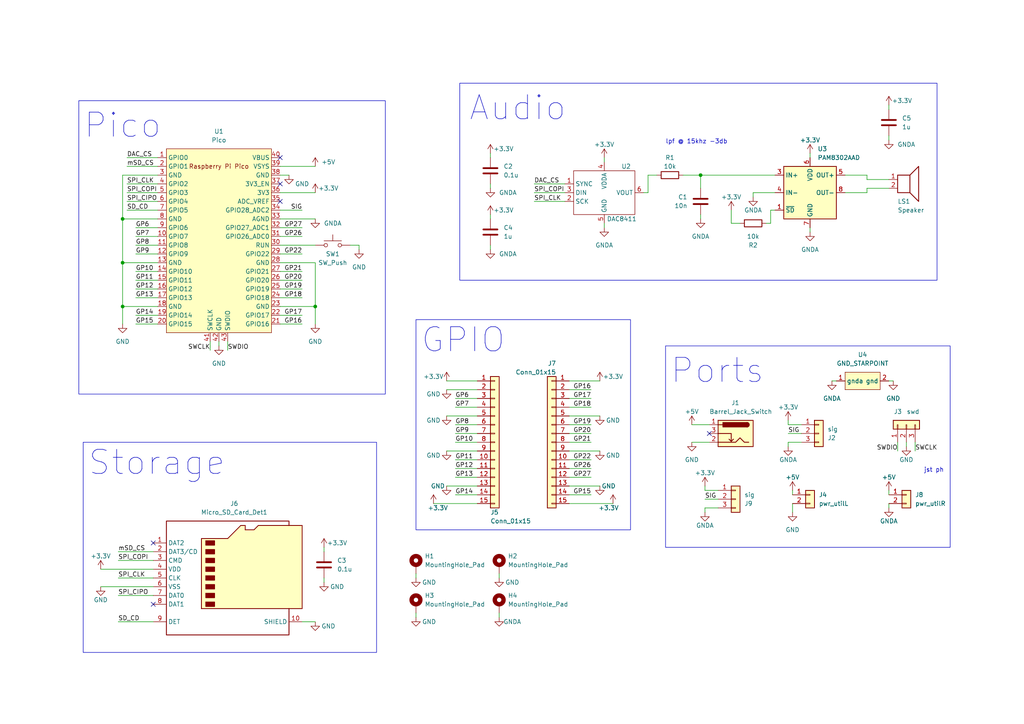
<source format=kicad_sch>
(kicad_sch (version 20230121) (generator eeschema)
  (paper "A4")
  (title_block (title "EyeVend Controller Board") (date "2023-12-22") (rev "0") (company "JHorwitzDesign"))
  (lib_symbols
    (symbol "Amplifier_Audio:PAM8302AAD"
      (property "Reference" "U" (at 7.62 11.43 0))
      (property "Value" "PAM8302AAD" (at 7.62 8.89 0))
      (symbol "PAM8302AAD_0_1"
        (rectangle (start -7.62 7.62) (end 7.62 -7.62) (stroke (width 0.254)) (fill (type background)))
      )
      (symbol "PAM8302AAD_1_1"
        (pin input line (at -10.16 -5.08 0) (length 2.54) (name "~{SD}") (number "1"))
        (pin no_connect line (at 7.62 -5.08 180) (length 2.54) hide (name "NC") (number "2"))
        (pin input line (at -10.16 5.08 0) (length 2.54) (name "IN+") (number "3"))
        (pin input line (at -10.16 0 0) (length 2.54) (name "IN-") (number "4"))
        (pin output line (at 10.16 5.08 180) (length 2.54) (name "OUT+") (number "5"))
        (pin power_in line (at 0 10.16 270) (length 2.54) (name "VDD") (number "6"))
        (pin power_in line (at 0 -10.16 90) (length 2.54) (name "GND") (number "7"))
        (pin output line (at 10.16 0 180) (length 2.54) (name "OUT-") (number "8"))
      )
    )
    (symbol "Connector:Barrel_Jack_Switch" (pin_names hide)
      (property "Reference" "J" (at 0 5.334 0))
      (property "Value" "Barrel_Jack_Switch" (at 0 -5.08 0))
      (symbol "Barrel_Jack_Switch_0_1"
        (rectangle (start -5.08 3.81) (end 5.08 -3.81) (stroke (width 0.254)) (fill (type background)))
        (arc (start -3.302 3.175) (mid -3.9343 2.54) (end -3.302 1.905) (stroke (width 0.254)))
        (arc (start -3.302 3.175) (mid -3.9343 2.54) (end -3.302 1.905) (stroke (width 0.254)) (fill (type outline)))
        (polyline (pts (xy 1.27 -2.286) (xy 1.905 -1.651)) (stroke (width 0.254)))
        (polyline (pts (xy 5.08 2.54) (xy 3.81 2.54)) (stroke (width 0.254)))
        (polyline (pts (xy 5.08 0) (xy 1.27 0) (xy 1.27 -2.286) (xy 0.635 -1.651)) (stroke (width 0.254)))
        (polyline (pts (xy -3.81 -2.54) (xy -2.54 -2.54) (xy -1.27 -1.27) (xy 0 -2.54) (xy 2.54 -2.54) (xy 5.08 -2.54)) (stroke (width 0.254)))
        (rectangle (start 3.683 3.175) (end -3.302 1.905) (stroke (width 0.254)) (fill (type outline)))
      )
      (symbol "Barrel_Jack_Switch_1_1"
        (pin passive line (at 7.62 2.54 180) (length 2.54) (name "~") (number "1"))
        (pin passive line (at 7.62 -2.54 180) (length 2.54) (name "~") (number "2"))
        (pin passive line (at 7.62 0 180) (length 2.54) (name "~") (number "3"))
      )
    )
    (symbol "Connector:Micro_SD_Card_Det1"
      (property "Reference" "J" (at -16.51 17.78 0))
      (property "Value" "Micro_SD_Card_Det1" (at 16.51 17.78 0))
      (symbol "Micro_SD_Card_Det1_0_1"
        (rectangle (start -7.62 -6.985) (end -5.08 -8.255) (stroke (width 0.254)) (fill (type outline)))
        (rectangle (start -7.62 -4.445) (end -5.08 -5.715) (stroke (width 0.254)) (fill (type outline)))
        (rectangle (start -7.62 -1.905) (end -5.08 -3.175) (stroke (width 0.254)) (fill (type outline)))
        (rectangle (start -7.62 0.635) (end -5.08 -0.635) (stroke (width 0.254)) (fill (type outline)))
        (rectangle (start -7.62 3.175) (end -5.08 1.905) (stroke (width 0.254)) (fill (type outline)))
        (rectangle (start -7.62 5.715) (end -5.08 4.445) (stroke (width 0.254)) (fill (type outline)))
        (rectangle (start -7.62 8.255) (end -5.08 6.985) (stroke (width 0.254)) (fill (type outline)))
        (rectangle (start -7.62 10.795) (end -5.08 9.525) (stroke (width 0.254)) (fill (type outline)))
        (polyline (pts (xy 16.51 15.24) (xy 16.51 16.51) (xy -19.05 16.51) (xy -19.05 -16.51) (xy 16.51 -16.51) (xy 16.51 -8.89)) (stroke (width 0.254)))
        (polyline (pts (xy -8.89 -8.89) (xy -8.89 11.43) (xy -1.27 11.43) (xy 2.54 15.24) (xy 3.81 15.24) (xy 3.81 13.97) (xy 6.35 13.97) (xy 7.62 15.24) (xy 20.32 15.24) (xy 20.32 -8.89) (xy -8.89 -8.89)) (stroke (width 0.254)) (fill (type background)))
      )
      (symbol "Micro_SD_Card_Det1_1_1"
        (pin bidirectional line (at -22.86 10.16 0) (length 3.81) (name "DAT2") (number "1"))
        (pin passive line (at 20.32 -12.7 180) (length 3.81) (name "SHIELD") (number "10"))
        (pin bidirectional line (at -22.86 7.62 0) (length 3.81) (name "DAT3/CD") (number "2"))
        (pin input line (at -22.86 5.08 0) (length 3.81) (name "CMD") (number "3"))
        (pin power_in line (at -22.86 2.54 0) (length 3.81) (name "VDD") (number "4"))
        (pin input line (at -22.86 0 0) (length 3.81) (name "CLK") (number "5"))
        (pin power_in line (at -22.86 -2.54 0) (length 3.81) (name "VSS") (number "6"))
        (pin bidirectional line (at -22.86 -5.08 0) (length 3.81) (name "DAT0") (number "7"))
        (pin bidirectional line (at -22.86 -7.62 0) (length 3.81) (name "DAT1") (number "8"))
        (pin passive line (at -22.86 -12.7 0) (length 3.81) (name "DET") (number "9"))
      )
    )
    (symbol "Connector_Generic:Conn_01x02" (pin_names (offset 1.016) hide)
      (property "Reference" "J" (at 0 2.54 0))
      (property "Value" "Conn_01x02" (at 0 -5.08 0))
      (symbol "Conn_01x02_1_1"
        (rectangle (start -1.27 -2.413) (end 0 -2.667) (stroke (width 0.1524)))
        (rectangle (start -1.27 0.127) (end 0 -0.127) (stroke (width 0.1524)))
        (rectangle (start -1.27 1.27) (end 1.27 -3.81) (stroke (width 0.254)) (fill (type background)))
        (pin passive line (at -5.08 0 0) (length 3.81) (name "Pin_1") (number "1"))
        (pin passive line (at -5.08 -2.54 0) (length 3.81) (name "Pin_2") (number "2"))
      )
    )
    (symbol "Connector_Generic:Conn_01x03" (pin_names (offset 1.016) hide)
      (property "Reference" "J" (at 0 5.08 0))
      (property "Value" "Conn_01x03" (at 0 -5.08 0))
      (symbol "Conn_01x03_1_1"
        (rectangle (start -1.27 -2.413) (end 0 -2.667) (stroke (width 0.1524)))
        (rectangle (start -1.27 0.127) (end 0 -0.127) (stroke (width 0.1524)))
        (rectangle (start -1.27 2.667) (end 0 2.413) (stroke (width 0.1524)))
        (rectangle (start -1.27 3.81) (end 1.27 -3.81) (stroke (width 0.254)) (fill (type background)))
        (pin passive line (at -5.08 2.54 0) (length 3.81) (name "Pin_1") (number "1"))
        (pin passive line (at -5.08 0 0) (length 3.81) (name "Pin_2") (number "2"))
        (pin passive line (at -5.08 -2.54 0) (length 3.81) (name "Pin_3") (number "3"))
      )
    )
    (symbol "Connector_Generic:Conn_01x15" (pin_names (offset 1.016) hide)
      (property "Reference" "J" (at 0 20.32 0))
      (property "Value" "Conn_01x15" (at 0 -20.32 0))
      (symbol "Conn_01x15_1_1"
        (rectangle (start -1.27 -17.653) (end 0 -17.907) (stroke (width 0.1524)))
        (rectangle (start -1.27 -15.113) (end 0 -15.367) (stroke (width 0.1524)))
        (rectangle (start -1.27 -12.573) (end 0 -12.827) (stroke (width 0.1524)))
        (rectangle (start -1.27 -10.033) (end 0 -10.287) (stroke (width 0.1524)))
        (rectangle (start -1.27 -7.493) (end 0 -7.747) (stroke (width 0.1524)))
        (rectangle (start -1.27 -4.953) (end 0 -5.207) (stroke (width 0.1524)))
        (rectangle (start -1.27 -2.413) (end 0 -2.667) (stroke (width 0.1524)))
        (rectangle (start -1.27 0.127) (end 0 -0.127) (stroke (width 0.1524)))
        (rectangle (start -1.27 2.667) (end 0 2.413) (stroke (width 0.1524)))
        (rectangle (start -1.27 5.207) (end 0 4.953) (stroke (width 0.1524)))
        (rectangle (start -1.27 7.747) (end 0 7.493) (stroke (width 0.1524)))
        (rectangle (start -1.27 10.287) (end 0 10.033) (stroke (width 0.1524)))
        (rectangle (start -1.27 12.827) (end 0 12.573) (stroke (width 0.1524)))
        (rectangle (start -1.27 15.367) (end 0 15.113) (stroke (width 0.1524)))
        (rectangle (start -1.27 17.907) (end 0 17.653) (stroke (width 0.1524)))
        (rectangle (start -1.27 19.05) (end 1.27 -19.05) (stroke (width 0.254)) (fill (type background)))
        (pin passive line (at -5.08 17.78 0) (length 3.81) (name "Pin_1") (number "1"))
        (pin passive line (at -5.08 -5.08 0) (length 3.81) (name "Pin_10") (number "10"))
        (pin passive line (at -5.08 -7.62 0) (length 3.81) (name "Pin_11") (number "11"))
        (pin passive line (at -5.08 -10.16 0) (length 3.81) (name "Pin_12") (number "12"))
        (pin passive line (at -5.08 -12.7 0) (length 3.81) (name "Pin_13") (number "13"))
        (pin passive line (at -5.08 -15.24 0) (length 3.81) (name "Pin_14") (number "14"))
        (pin passive line (at -5.08 -17.78 0) (length 3.81) (name "Pin_15") (number "15"))
        (pin passive line (at -5.08 15.24 0) (length 3.81) (name "Pin_2") (number "2"))
        (pin passive line (at -5.08 12.7 0) (length 3.81) (name "Pin_3") (number "3"))
        (pin passive line (at -5.08 10.16 0) (length 3.81) (name "Pin_4") (number "4"))
        (pin passive line (at -5.08 7.62 0) (length 3.81) (name "Pin_5") (number "5"))
        (pin passive line (at -5.08 5.08 0) (length 3.81) (name "Pin_6") (number "6"))
        (pin passive line (at -5.08 2.54 0) (length 3.81) (name "Pin_7") (number "7"))
        (pin passive line (at -5.08 0 0) (length 3.81) (name "Pin_8") (number "8"))
        (pin passive line (at -5.08 -2.54 0) (length 3.81) (name "Pin_9") (number "9"))
      )
    )
    (symbol "Device:C" (pin_numbers hide) (pin_names (offset 0.254))
      (property "Reference" "C" (at 0.635 2.54 0))
      (property "Value" "C" (at 0.635 -2.54 0))
      (symbol "C_0_1"
        (polyline (pts (xy -2.032 -0.762) (xy 2.032 -0.762)) (stroke (width 0.508)))
        (polyline (pts (xy -2.032 0.762) (xy 2.032 0.762)) (stroke (width 0.508)))
      )
      (symbol "C_1_1"
        (pin passive line (at 0 3.81 270) (length 2.794) (name "~") (number "1"))
        (pin passive line (at 0 -3.81 90) (length 2.794) (name "~") (number "2"))
      )
    )
    (symbol "Device:R" (pin_numbers hide) (pin_names (offset 0))
      (property "Reference" "R" (at 2.032 0 90))
      (property "Value" "R" (at 0 0 90))
      (symbol "R_0_1"
        (rectangle (start -1.016 -2.54) (end 1.016 2.54) (stroke (width 0.254)))
      )
      (symbol "R_1_1"
        (pin passive line (at 0 3.81 270) (length 1.27) (name "~") (number "1"))
        (pin passive line (at 0 -3.81 90) (length 1.27) (name "~") (number "2"))
      )
    )
    (symbol "Device:Speaker" (pin_names (offset 0) hide)
      (property "Reference" "LS" (at 1.27 5.715 0))
      (property "Value" "Speaker" (at 1.27 3.81 0))
      (symbol "Speaker_0_0"
        (rectangle (start -2.54 1.27) (end 1.016 -3.81) (stroke (width 0.254)))
        (polyline (pts (xy 1.016 1.27) (xy 3.556 3.81) (xy 3.556 -6.35) (xy 1.016 -3.81)) (stroke (width 0.254)))
      )
      (symbol "Speaker_1_1"
        (pin input line (at -5.08 0 0) (length 2.54) (name "1") (number "1"))
        (pin input line (at -5.08 -2.54 0) (length 2.54) (name "2") (number "2"))
      )
    )
    (symbol "JFHAnalog:GND_STARPOINT"
      (property "Reference" "U" (at 0 1.27 0))
      (property "Value" "GND_STARPOINT" (at 0 0 0))
      (symbol "GND_STARPOINT_0_0"
        (pin power_in line (at -7.62 -3.81 0) (length 2.54) (name "gnda") (number "1"))
        (pin power_in line (at 7.62 -3.81 180) (length 2.54) (name "gnd") (number "2"))
      )
      (symbol "GND_STARPOINT_0_1"
        (rectangle (start -5.08 -1.27) (end 5.08 -6.35) (fill (type background)))
        (rectangle (start 2.54 -3.81) (end 2.54 -3.81))
      )
    )
    (symbol "JFHDAC:DAC8411"
      (property "Reference" "U" (at -8.89 1.27 0))
      (property "Value" "DAC8411" (at 6.35 1.27 0))
      (symbol "DAC8411_0_0"
        (pin input line (at -11.43 -3.81 0) (length 2.54) (name "SYNC") (number "1"))
        (pin input line (at -11.43 -8.89 0) (length 2.54) (name "SCK") (number "2"))
        (pin tri_state line (at -11.43 -6.35 0) (length 2.54) (name "DIN") (number "3"))
        (pin power_in line (at 0 2.54 270) (length 2.54) (name "VDDA") (number "4"))
        (pin power_in line (at 0 -15.24 90) (length 2.54) (name "GND") (number "5"))
        (pin output line (at 11.43 -6.35 180) (length 2.54) (name "VOUT") (number "6"))
      )
      (symbol "DAC8411_0_1"
        (rectangle (start -8.89 0) (end 8.89 -12.7))
      )
    )
    (symbol "MCU_RaspberryPi_and_Boards:Pico"
      (property "Reference" "U" (at -13.97 27.94 0))
      (property "Value" "Pico" (at 0 19.05 0))
      (symbol "Pico_0_0"
        (text "Raspberry Pi Pico" (at 0 21.59 0) (effects (font (size 1.27 1.27))))
      )
      (symbol "Pico_0_1"
        (rectangle (start -15.24 26.67) (end 15.24 -26.67) (fill (type background)))
      )
      (symbol "Pico_1_1"
        (pin bidirectional line (at -17.78 24.13 0) (length 2.54) (name "GPIO0") (number "1"))
        (pin bidirectional line (at -17.78 1.27 0) (length 2.54) (name "GPIO7") (number "10"))
        (pin bidirectional line (at -17.78 -1.27 0) (length 2.54) (name "GPIO8") (number "11"))
        (pin bidirectional line (at -17.78 -3.81 0) (length 2.54) (name "GPIO9") (number "12"))
        (pin power_in line (at -17.78 -6.35 0) (length 2.54) (name "GND") (number "13"))
        (pin bidirectional line (at -17.78 -8.89 0) (length 2.54) (name "GPIO10") (number "14"))
        (pin bidirectional line (at -17.78 -11.43 0) (length 2.54) (name "GPIO11") (number "15"))
        (pin bidirectional line (at -17.78 -13.97 0) (length 2.54) (name "GPIO12") (number "16"))
        (pin bidirectional line (at -17.78 -16.51 0) (length 2.54) (name "GPIO13") (number "17"))
        (pin power_in line (at -17.78 -19.05 0) (length 2.54) (name "GND") (number "18"))
        (pin bidirectional line (at -17.78 -21.59 0) (length 2.54) (name "GPIO14") (number "19"))
        (pin bidirectional line (at -17.78 21.59 0) (length 2.54) (name "GPIO1") (number "2"))
        (pin bidirectional line (at -17.78 -24.13 0) (length 2.54) (name "GPIO15") (number "20"))
        (pin bidirectional line (at 17.78 -24.13 180) (length 2.54) (name "GPIO16") (number "21"))
        (pin bidirectional line (at 17.78 -21.59 180) (length 2.54) (name "GPIO17") (number "22"))
        (pin power_in line (at 17.78 -19.05 180) (length 2.54) (name "GND") (number "23"))
        (pin bidirectional line (at 17.78 -16.51 180) (length 2.54) (name "GPIO18") (number "24"))
        (pin bidirectional line (at 17.78 -13.97 180) (length 2.54) (name "GPIO19") (number "25"))
        (pin bidirectional line (at 17.78 -11.43 180) (length 2.54) (name "GPIO20") (number "26"))
        (pin bidirectional line (at 17.78 -8.89 180) (length 2.54) (name "GPIO21") (number "27"))
        (pin power_in line (at 17.78 -6.35 180) (length 2.54) (name "GND") (number "28"))
        (pin bidirectional line (at 17.78 -3.81 180) (length 2.54) (name "GPIO22") (number "29"))
        (pin power_in line (at -17.78 19.05 0) (length 2.54) (name "GND") (number "3"))
        (pin input line (at 17.78 -1.27 180) (length 2.54) (name "RUN") (number "30"))
        (pin bidirectional line (at 17.78 1.27 180) (length 2.54) (name "GPIO26_ADC0") (number "31"))
        (pin bidirectional line (at 17.78 3.81 180) (length 2.54) (name "GPIO27_ADC1") (number "32"))
        (pin power_in line (at 17.78 6.35 180) (length 2.54) (name "AGND") (number "33"))
        (pin bidirectional line (at 17.78 8.89 180) (length 2.54) (name "GPIO28_ADC2") (number "34"))
        (pin power_in line (at 17.78 11.43 180) (length 2.54) (name "ADC_VREF") (number "35"))
        (pin power_in line (at 17.78 13.97 180) (length 2.54) (name "3V3") (number "36"))
        (pin input line (at 17.78 16.51 180) (length 2.54) (name "3V3_EN") (number "37"))
        (pin bidirectional line (at 17.78 19.05 180) (length 2.54) (name "GND") (number "38"))
        (pin power_in line (at 17.78 21.59 180) (length 2.54) (name "VSYS") (number "39"))
        (pin bidirectional line (at -17.78 16.51 0) (length 2.54) (name "GPIO2") (number "4"))
        (pin power_in line (at 17.78 24.13 180) (length 2.54) (name "VBUS") (number "40"))
        (pin input line (at -2.54 -29.21 90) (length 2.54) (name "SWCLK") (number "41"))
        (pin power_in line (at 0 -29.21 90) (length 2.54) (name "GND") (number "42"))
        (pin bidirectional line (at 2.54 -29.21 90) (length 2.54) (name "SWDIO") (number "43"))
        (pin bidirectional line (at -17.78 13.97 0) (length 2.54) (name "GPIO3") (number "5"))
        (pin bidirectional line (at -17.78 11.43 0) (length 2.54) (name "GPIO4") (number "6"))
        (pin bidirectional line (at -17.78 8.89 0) (length 2.54) (name "GPIO5") (number "7"))
        (pin power_in line (at -17.78 6.35 0) (length 2.54) (name "GND") (number "8"))
        (pin bidirectional line (at -17.78 3.81 0) (length 2.54) (name "GPIO6") (number "9"))
      )
    )
    (symbol "Mechanical:MountingHole_Pad" (pin_numbers hide) (pin_names (offset 1.016) hide)
      (property "Reference" "H" (at 0 6.35 0))
      (property "Value" "MountingHole_Pad" (at 0 4.445 0))
      (symbol "MountingHole_Pad_0_1"
        (circle (center 0 1.27) (radius 1.27) (stroke (width 1.27)))
      )
      (symbol "MountingHole_Pad_1_1"
        (pin input line (at 0 -2.54 90) (length 2.54) (name "1") (number "1"))
      )
    )
    (symbol "Switch:SW_Push" (pin_numbers hide) (pin_names (offset 1.016) hide)
      (property "Reference" "SW" (at 1.27 2.54 0))
      (property "Value" "SW_Push" (at 0 -1.524 0))
      (symbol "SW_Push_0_1"
        (circle (center -2.032 0) (radius 0.508))
        (polyline (pts (xy 0 1.27) (xy 0 3.048)))
        (polyline (pts (xy 2.54 1.27) (xy -2.54 1.27)))
        (circle (center 2.032 0) (radius 0.508))
        (pin passive line (at -5.08 0 0) (length 2.54) (name "1") (number "1"))
        (pin passive line (at 5.08 0 180) (length 2.54) (name "2") (number "2"))
      )
    )
    (symbol "power:+3.3V" (power) (pin_names (offset 0))
      (property "Value" "+3.3V" (at 0 3.556 0))
      (symbol "+3.3V_0_1"
        (polyline (pts (xy -0.762 1.27) (xy 0 2.54)))
        (polyline (pts (xy 0 0) (xy 0 2.54)))
        (polyline (pts (xy 0 2.54) (xy 0.762 1.27)))
      )
      (symbol "+3.3V_1_1"
        (pin power_in line (at 0 0 90) (length 0) hide (name "+3.3V") (number "1"))
      )
    )
    (symbol "power:+5V" (power) (pin_names (offset 0))
      (property "Value" "+5V" (at 0 3.556 0))
      (symbol "+5V_0_1"
        (polyline (pts (xy -0.762 1.27) (xy 0 2.54)))
        (polyline (pts (xy 0 0) (xy 0 2.54)))
        (polyline (pts (xy 0 2.54) (xy 0.762 1.27)))
      )
      (symbol "+5V_1_1"
        (pin power_in line (at 0 0 90) (length 0) hide (name "+5V") (number "1"))
      )
    )
    (symbol "power:GND" (power) (pin_names (offset 0))
      (property "Value" "GND" (at 0 -3.81 0))
      (symbol "GND_0_1"
        (polyline (pts (xy 0 0) (xy 0 -1.27) (xy 1.27 -1.27) (xy 0 -2.54) (xy -1.27 -1.27) (xy 0 -1.27)))
      )
      (symbol "GND_1_1"
        (pin power_in line (at 0 0 270) (length 0) hide (name "GND") (number "1"))
      )
    )
    (symbol "power:GNDA" (power) (pin_names (offset 0))
      (property "Value" "GNDA" (at 0 -3.81 0))
      (symbol "GNDA_0_1"
        (polyline (pts (xy 0 0) (xy 0 -1.27) (xy 1.27 -1.27) (xy 0 -2.54) (xy -1.27 -1.27) (xy 0 -1.27)))
      )
      (symbol "GNDA_1_1"
        (pin power_in line (at 0 0 270) (length 0) hide (name "GNDA") (number "1"))
      )
    )
  )
  (junction (at 91.44 88.9))
  (junction (at 35.56 88.9))
  (junction (at 35.56 76.2))
  (junction (at 203.2 50.8))
  (junction (at 35.56 63.5))
  (no_connect (at 81.28 45.72))
  (no_connect (at 44.45 157.48))
  (no_connect (at 81.28 53.34))
  (no_connect (at 81.28 58.42))
  (no_connect (at 44.45 175.26))
  (no_connect (at 205.74 125.73))
  (wire (pts (xy 81.28 76.2) (xy 91.44 76.2)))
  (wire (pts (xy 203.2 54.61) (xy 203.2 50.8)))
  (wire (pts (xy 36.83 45.72) (xy 45.72 45.72)))
  (wire (pts (xy 175.26 45.72) (xy 175.26 46.99)))
  (wire (pts (xy 144.78 179.07) (xy 144.78 177.8)))
  (wire (pts (xy 257.81 39.37) (xy 257.81 40.64)))
  (wire (pts (xy 39.37 83.82) (xy 45.72 83.82)))
  (wire (pts (xy 203.2 62.23) (xy 203.2 63.5)))
  (wire (pts (xy 200.66 128.27) (xy 205.74 128.27)))
  (wire (pts (xy 154.94 53.34) (xy 163.83 53.34)))
  (wire (pts (xy 177.8 146.05) (xy 165.1 146.05)))
  (wire (pts (xy 171.45 118.11) (xy 165.1 118.11)))
  (wire (pts (xy 223.52 60.96) (xy 224.79 60.96)))
  (wire (pts (xy 171.45 125.73) (xy 165.1 125.73)))
  (wire (pts (xy 204.47 144.78) (xy 208.28 144.78)))
  (wire (pts (xy 175.26 64.77) (xy 175.26 66.04)))
  (wire (pts (xy 45.72 76.2) (xy 35.56 76.2)))
  (wire (pts (xy 81.28 81.28) (xy 87.63 81.28)))
  (wire (pts (xy 245.11 50.8) (xy 251.46 50.8)))
  (wire (pts (xy 39.37 86.36) (xy 45.72 86.36)))
  (wire (pts (xy 228.6 128.27) (xy 228.6 129.54)))
  (wire (pts (xy 154.94 55.88) (xy 163.83 55.88)))
  (wire (pts (xy 186.69 55.88) (xy 187.96 55.88)))
  (wire (pts (xy 104.14 72.39) (xy 104.14 71.12)))
  (wire (pts (xy 173.99 130.81) (xy 165.1 130.81)))
  (wire (pts (xy 260.35 130.81) (xy 260.35 128.27)))
  (wire (pts (xy 87.63 180.34) (xy 91.44 180.34)))
  (wire (pts (xy 60.96 99.06) (xy 60.96 101.6)))
  (wire (pts (xy 228.6 123.19) (xy 228.6 121.92)))
  (wire (pts (xy 251.46 54.61) (xy 251.46 55.88)))
  (wire (pts (xy 257.81 110.49) (xy 259.08 110.49)))
  (wire (pts (xy 39.37 81.28) (xy 45.72 81.28)))
  (wire (pts (xy 132.08 138.43) (xy 138.43 138.43)))
  (wire (pts (xy 171.45 113.03) (xy 165.1 113.03)))
  (wire (pts (xy 171.45 135.89) (xy 165.1 135.89)))
  (wire (pts (xy 223.52 60.96) (xy 223.52 64.77)))
  (wire (pts (xy 241.3 110.49) (xy 242.57 110.49)))
  (wire (pts (xy 101.6 71.12) (xy 104.14 71.12)))
  (wire (pts (xy 39.37 66.04) (xy 45.72 66.04)))
  (wire (pts (xy 91.44 88.9) (xy 81.28 88.9)))
  (wire (pts (xy 132.08 123.19) (xy 138.43 123.19)))
  (wire (pts (xy 129.54 120.65) (xy 138.43 120.65)))
  (wire (pts (xy 203.2 50.8) (xy 224.79 50.8)))
  (wire (pts (xy 34.29 172.72) (xy 44.45 172.72)))
  (wire (pts (xy 81.28 68.58) (xy 87.63 68.58)))
  (wire (pts (xy 35.56 93.98) (xy 35.56 88.9)))
  (wire (pts (xy 132.08 115.57) (xy 138.43 115.57)))
  (wire (pts (xy 81.28 71.12) (xy 91.44 71.12)))
  (wire (pts (xy 81.28 93.98) (xy 87.63 93.98)))
  (wire (pts (xy 229.87 142.24) (xy 229.87 143.51)))
  (wire (pts (xy 171.45 133.35) (xy 165.1 133.35)))
  (wire (pts (xy 29.21 165.1) (xy 44.45 165.1)))
  (wire (pts (xy 45.72 50.8) (xy 35.56 50.8)))
  (wire (pts (xy 251.46 52.07) (xy 257.81 52.07)))
  (wire (pts (xy 142.24 53.34) (xy 142.24 54.61)))
  (wire (pts (xy 171.45 123.19) (xy 165.1 123.19)))
  (wire (pts (xy 208.28 147.32) (xy 204.47 147.32)))
  (wire (pts (xy 34.29 160.02) (xy 44.45 160.02)))
  (wire (pts (xy 257.81 142.24) (xy 257.81 143.51)))
  (wire (pts (xy 187.96 55.88) (xy 187.96 50.8)))
  (wire (pts (xy 93.98 167.64) (xy 93.98 168.91)))
  (wire (pts (xy 132.08 125.73) (xy 138.43 125.73)))
  (wire (pts (xy 234.95 44.45) (xy 234.95 45.72)))
  (wire (pts (xy 173.99 120.65) (xy 165.1 120.65)))
  (wire (pts (xy 234.95 66.04) (xy 234.95 67.31)))
  (wire (pts (xy 35.56 76.2) (xy 35.56 88.9)))
  (wire (pts (xy 34.29 180.34) (xy 44.45 180.34)))
  (wire (pts (xy 218.44 55.88) (xy 224.79 55.88)))
  (wire (pts (xy 81.28 63.5) (xy 91.44 63.5)))
  (wire (pts (xy 39.37 91.44) (xy 45.72 91.44)))
  (wire (pts (xy 229.87 146.05) (xy 229.87 148.59)))
  (wire (pts (xy 132.08 133.35) (xy 138.43 133.35)))
  (wire (pts (xy 132.08 128.27) (xy 138.43 128.27)))
  (wire (pts (xy 251.46 50.8) (xy 251.46 52.07)))
  (wire (pts (xy 120.65 167.64) (xy 120.65 166.37)))
  (wire (pts (xy 129.54 113.03) (xy 138.43 113.03)))
  (wire (pts (xy 222.25 64.77) (xy 223.52 64.77)))
  (wire (pts (xy 81.28 91.44) (xy 87.63 91.44)))
  (wire (pts (xy 171.45 115.57) (xy 165.1 115.57)))
  (wire (pts (xy 214.63 64.77) (xy 212.09 64.77)))
  (wire (pts (xy 81.28 55.88) (xy 91.44 55.88)))
  (wire (pts (xy 144.78 167.64) (xy 144.78 166.37)))
  (wire (pts (xy 93.98 158.75) (xy 93.98 160.02)))
  (wire (pts (xy 29.21 170.18) (xy 44.45 170.18)))
  (wire (pts (xy 34.29 162.56) (xy 44.45 162.56)))
  (wire (pts (xy 154.94 58.42) (xy 163.83 58.42)))
  (wire (pts (xy 39.37 78.74) (xy 45.72 78.74)))
  (wire (pts (xy 34.29 167.64) (xy 44.45 167.64)))
  (wire (pts (xy 81.28 60.96) (xy 87.63 60.96)))
  (wire (pts (xy 171.45 128.27) (xy 165.1 128.27)))
  (wire (pts (xy 35.56 50.8) (xy 35.56 63.5)))
  (wire (pts (xy 200.66 123.19) (xy 205.74 123.19)))
  (wire (pts (xy 257.81 146.05) (xy 257.81 147.32)))
  (wire (pts (xy 129.54 130.81) (xy 138.43 130.81)))
  (wire (pts (xy 81.28 66.04) (xy 87.63 66.04)))
  (wire (pts (xy 132.08 143.51) (xy 138.43 143.51)))
  (wire (pts (xy 91.44 93.98) (xy 91.44 88.9)))
  (wire (pts (xy 39.37 73.66) (xy 45.72 73.66)))
  (wire (pts (xy 212.09 64.77) (xy 212.09 60.96)))
  (wire (pts (xy 142.24 62.23) (xy 142.24 63.5)))
  (wire (pts (xy 257.81 54.61) (xy 251.46 54.61)))
  (wire (pts (xy 91.44 76.2) (xy 91.44 88.9)))
  (wire (pts (xy 187.96 50.8) (xy 190.5 50.8)))
  (wire (pts (xy 36.83 58.42) (xy 45.72 58.42)))
  (wire (pts (xy 125.73 146.05) (xy 138.43 146.05)))
  (wire (pts (xy 208.28 142.24) (xy 204.47 142.24)))
  (wire (pts (xy 81.28 48.26) (xy 91.44 48.26)))
  (wire (pts (xy 39.37 93.98) (xy 45.72 93.98)))
  (wire (pts (xy 142.24 44.45) (xy 142.24 45.72)))
  (wire (pts (xy 173.99 110.49) (xy 165.1 110.49)))
  (wire (pts (xy 171.45 138.43) (xy 165.1 138.43)))
  (wire (pts (xy 39.37 71.12) (xy 45.72 71.12)))
  (wire (pts (xy 232.41 128.27) (xy 228.6 128.27)))
  (wire (pts (xy 265.43 130.81) (xy 265.43 128.27)))
  (wire (pts (xy 132.08 118.11) (xy 138.43 118.11)))
  (wire (pts (xy 81.28 50.8) (xy 83.82 50.8)))
  (wire (pts (xy 45.72 63.5) (xy 35.56 63.5)))
  (wire (pts (xy 142.24 71.12) (xy 142.24 72.39)))
  (wire (pts (xy 129.54 110.49) (xy 138.43 110.49)))
  (wire (pts (xy 204.47 147.32) (xy 204.47 148.59)))
  (wire (pts (xy 171.45 143.51) (xy 165.1 143.51)))
  (wire (pts (xy 129.54 140.97) (xy 138.43 140.97)))
  (wire (pts (xy 66.04 99.06) (xy 66.04 101.6)))
  (wire (pts (xy 245.11 55.88) (xy 251.46 55.88)))
  (wire (pts (xy 203.2 50.8) (xy 198.12 50.8)))
  (wire (pts (xy 36.83 48.26) (xy 45.72 48.26)))
  (wire (pts (xy 63.5 99.06) (xy 63.5 100.33)))
  (wire (pts (xy 36.83 53.34) (xy 45.72 53.34)))
  (wire (pts (xy 35.56 63.5) (xy 35.56 76.2)))
  (wire (pts (xy 232.41 123.19) (xy 228.6 123.19)))
  (wire (pts (xy 81.28 83.82) (xy 87.63 83.82)))
  (wire (pts (xy 81.28 73.66) (xy 87.63 73.66)))
  (wire (pts (xy 228.6 125.73) (xy 232.41 125.73)))
  (wire (pts (xy 218.44 57.15) (xy 218.44 55.88)))
  (wire (pts (xy 39.37 68.58) (xy 45.72 68.58)))
  (wire (pts (xy 262.89 129.54) (xy 262.89 128.27)))
  (wire (pts (xy 120.65 179.07) (xy 120.65 177.8)))
  (wire (pts (xy 36.83 60.96) (xy 45.72 60.96)))
  (wire (pts (xy 173.99 140.97) (xy 165.1 140.97)))
  (wire (pts (xy 35.56 88.9) (xy 45.72 88.9)))
  (wire (pts (xy 81.28 86.36) (xy 87.63 86.36)))
  (wire (pts (xy 81.28 78.74) (xy 87.63 78.74)))
  (wire (pts (xy 132.08 135.89) (xy 138.43 135.89)))
  (wire (pts (xy 36.83 55.88) (xy 45.72 55.88)))
  (wire (pts (xy 257.81 30.48) (xy 257.81 31.75)))
  (wire (pts (xy 204.47 142.24) (xy 204.47 140.97)))
  (rectangle (start 193.04 100.33) (end 275.59 158.75))
  (rectangle (start 120.65 92.71) (end 182.88 153.67))
  (rectangle (start 22.86 29.21) (end 111.76 114.3))
  (rectangle (start 24.13 128.27) (end 109.22 189.23))
  (rectangle (start 133.35 24.13) (end 271.78 81.28))
  (text "Storage" (at 25.4 138.43 0) (effects (font (size 7 7)) (justify left bottom)))
  (text "Pico\n" (at 24.13 40.64 0) (effects (font (size 7 7)) (justify left bottom)))
  (text "Audio" (at 135.89 35.56 0) (effects (font (size 7 7)) (justify left bottom)))
  (text "lpf @ 15khz -3db\n" (at 193.04 41.91 0) (effects (font (size 1.27 1.27)) (justify left bottom)))
  (text "Ports\n" (at 194.31 111.76 0) (effects (font (size 7 7)) (justify left bottom)))
  (text "GPIO\n" (at 121.92 102.87 0) (effects (font (size 7 7)) (justify left bottom)))
  (text "jst ph" (at 267.97 137.16 0) (effects (font (size 1.27 1.27)) (justify left bottom)))
  (label "GP14" (at 39.37 91.44 0))
  (label "GP20" (at 171.45 125.73 180))
  (label "SWCLK" (at 265.43 130.81 0))
  (label "SIG" (at 228.6 125.73 0))
  (label "GP12" (at 132.08 135.89 0))
  (label "GP26" (at 87.63 68.58 180))
  (label "GP17" (at 171.45 115.57 180))
  (label "GP6" (at 39.37 66.04 0))
  (label "GP27" (at 171.45 138.43 180))
  (label "GP15" (at 39.37 93.98 0))
  (label "GP27" (at 87.63 66.04 180))
  (label "GP9" (at 39.37 73.66 0))
  (label "GP14" (at 132.08 143.51 0))
  (label "GP15" (at 171.45 143.51 180))
  (label "SD_CD" (at 36.83 60.96 0))
  (label "SWCLK" (at 60.96 101.6 180))
  (label "DAC_CS" (at 154.94 53.34 0))
  (label "GP19" (at 87.63 83.82 180))
  (label "SPI_CIPO" (at 34.29 172.72 0))
  (label "SPI_COPI" (at 154.94 55.88 0))
  (label "GP11" (at 132.08 133.35 0))
  (label "GP22" (at 87.63 73.66 180))
  (label "GP8" (at 39.37 71.12 0))
  (label "GP11" (at 39.37 81.28 0))
  (label "SWDIO" (at 66.04 101.6 0))
  (label "GP17" (at 87.63 91.44 180))
  (label "GP19" (at 171.45 123.19 180))
  (label "SPI_COPI" (at 36.83 55.88 0))
  (label "DAC_CS" (at 36.83 45.72 0))
  (label "GP8" (at 132.08 123.19 0))
  (label "SD_CD" (at 34.29 180.34 0))
  (label "GP12" (at 39.37 83.82 0))
  (label "SWDIO" (at 260.35 130.81 180))
  (label "SPI_CLK" (at 154.94 58.42 0))
  (label "GP9" (at 132.08 125.73 0))
  (label "GP7" (at 132.08 118.11 0))
  (label "GP18" (at 87.63 86.36 180))
  (label "GP6" (at 132.08 115.57 0))
  (label "GP21" (at 87.63 78.74 180))
  (label "GP13" (at 132.08 138.43 0))
  (label "SPI_CLK" (at 34.29 167.64 0))
  (label "SIG" (at 204.47 144.78 0))
  (label "GP22" (at 171.45 133.35 180))
  (label "SPI_CLK" (at 36.83 53.34 0))
  (label "GP16" (at 171.45 113.03 180))
  (label "GP16" (at 87.63 93.98 180))
  (label "GP10" (at 132.08 128.27 0))
  (label "SIG" (at 87.63 60.96 180))
  (label "GP18" (at 171.45 118.11 180))
  (label "SPI_COPI" (at 34.29 162.56 0))
  (label "GP21" (at 171.45 128.27 180))
  (label "mSD_CS" (at 34.29 160.02 0))
  (label "GP13" (at 39.37 86.36 0))
  (label "GP7" (at 39.37 68.58 0))
  (label "SPI_CIPO" (at 36.83 58.42 0))
  (label "GP20" (at 87.63 81.28 180))
  (label "GP26" (at 171.45 135.89 180))
  (label "GP10" (at 39.37 78.74 0))
  (label "mSD_CS" (at 36.83 48.26 0))
  (symbol (lib_id "Connector_Generic:Conn_01x15") (at 143.51 128.27 0) (unit 1)
    (property "Reference" "J5" (at 142.24 148.59 0) (effects (justify left)))
    (property "Value" "Conn_01x15" (at 142.24 151.13 0) (effects (justify left)))
    (property "Footprint" "Connector_PinHeader_2.54mm:PinHeader_1x15_P2.54mm_Vertical" (effects hide))
  )
  (symbol (lib_id "power:GND") (at 120.65 179.07 0) (unit 1)
    (property "Reference" "#PWR053" (effects hide))
    (property "Value" "GND" (at 124.46 180.34 0))
  )
  (symbol (lib_id "JFHDAC:DAC8411") (at 175.26 49.53 0) (unit 1)
    (property "Reference" "U2" (at 181.61 48.26 0))
    (property "Value" "DAC8411" (at 180.34 63.5 0))
    (property "Footprint" "Package_TO_SOT_SMD:Texas_R-PDSO-G6" (effects hide))
    (property "Datasheet" "https://jlcpcb.com/partdetail/TexasInstruments-DAC8411IDCKR/C2926925" (effects hide))
  )
  (symbol (lib_id "power:GND") (at 129.54 120.65 0) (unit 1)
    (property "Reference" "#PWR030" (effects hide))
    (property "Value" "GND" (at 125.73 121.92 0))
  )
  (symbol (lib_id "power:GND") (at 91.44 180.34 0) (unit 1)
    (property "Reference" "#PWR020" (effects hide))
    (property "Value" "GND" (at 95.25 181.61 0))
  )
  (symbol (lib_id "power:GND") (at 129.54 113.03 0) (unit 1)
    (property "Reference" "#PWR046" (effects hide))
    (property "Value" "GND" (at 125.73 114.3 0))
  )
  (symbol (lib_id "power:GNDA") (at 218.44 57.15 0) (unit 1)
    (property "Reference" "#PWR03" (effects hide))
    (property "Value" "GNDA" (at 218.44 60.96 0))
  )
  (symbol (lib_id "power:GNDA") (at 142.24 54.61 0) (unit 1)
    (property "Reference" "#PWR024" (effects hide))
    (property "Value" "GNDA" (at 147.32 55.88 0))
  )
  (symbol (lib_id "power:+5V") (at 229.87 142.24 0) (unit 1)
    (property "Reference" "#PWR039" (effects hide))
    (property "Value" "+5V" (at 229.87 138.43 0))
  )
  (symbol (lib_id "power:GND") (at 29.21 170.18 0) (unit 1)
    (property "Reference" "#PWR021" (effects hide))
    (property "Value" "GND" (at 29.21 173.99 0))
  )
  (symbol (lib_id "power:+3.3V") (at 29.21 165.1 0) (unit 1)
    (property "Reference" "#PWR022" (effects hide))
    (property "Value" "+3.3V" (at 29.21 161.29 0))
  )
  (symbol (lib_id "Device:R") (at 218.44 64.77 270) (mirror x) (unit 1)
    (property "Reference" "R2" (at 218.44 71.12 90))
    (property "Value" "10k" (at 218.44 68.58 90))
    (property "Footprint" "Resistor_SMD:R_0402_1005Metric" (effects hide))
  )
  (symbol (lib_id "power:+3.3V") (at 142.24 62.23 0) (unit 1)
    (property "Reference" "#PWR025" (effects hide))
    (property "Value" "+3.3V" (at 146.05 60.96 0))
  )
  (symbol (lib_id "power:GND") (at 91.44 93.98 0) (unit 1)
    (property "Reference" "#PWR010" (effects hide))
    (property "Value" "GND" (at 91.44 99.06 0))
  )
  (symbol (lib_id "power:+3.3V") (at 228.6 121.92 0) (unit 1)
    (property "Reference" "#PWR018" (effects hide))
    (property "Value" "+3.3V" (at 228.6 118.11 0))
  )
  (symbol (lib_id "Mechanical:MountingHole_Pad") (at 144.78 175.26 0) (unit 1)
    (property "Reference" "H4" (at 147.32 172.72 0) (effects (justify left)))
    (property "Value" "MountingHole_Pad" (at 147.32 175.26 0) (effects (justify left)))
    (property "Footprint" "MountingHole:MountingHole_2.2mm_M2_ISO7380" (effects hide))
  )
  (symbol (lib_id "power:+3.3V") (at 257.81 30.48 0) (unit 1)
    (property "Reference" "#PWR048" (effects hide))
    (property "Value" "+3.3V" (at 261.62 29.21 0))
  )
  (symbol (lib_id "power:+3.3V") (at 175.26 45.72 0) (unit 1)
    (property "Reference" "#PWR06" (effects hide))
    (property "Value" "+3.3V" (at 175.26 41.91 0))
  )
  (symbol (lib_id "power:GNDA") (at 203.2 63.5 0) (unit 1)
    (property "Reference" "#PWR01" (effects hide))
    (property "Value" "GNDA" (at 203.2 68.58 0))
  )
  (symbol (lib_id "Device:Speaker") (at 262.89 52.07 0) (unit 1)
    (property "Reference" "LS1" (at 260.35 58.42 0) (effects (justify left)))
    (property "Value" "Speaker" (at 260.35 60.96 0) (effects (justify left)))
    (property "Footprint" "Connector_JST:JST_PH_B2B-PH-K_1x02_P2.00mm_Vertical" (effects hide))
  )
  (symbol (lib_id "power:GND") (at 35.56 93.98 0) (unit 1)
    (property "Reference" "#PWR09" (effects hide))
    (property "Value" "GND" (at 35.56 99.06 0))
  )
  (symbol (lib_id "Device:C") (at 93.98 163.83 0) (unit 1)
    (property "Reference" "C3" (at 97.79 162.56 0) (effects (justify left)))
    (property "Value" "0.1u" (at 97.79 165.1 0) (effects (justify left)))
    (property "Footprint" "Capacitor_SMD:C_0402_1005Metric" (effects hide))
  )
  (symbol (lib_id "power:+3.3V") (at 234.95 44.45 0) (unit 1)
    (property "Reference" "#PWR045" (effects hide))
    (property "Value" "+3.3V" (at 234.95 40.64 0))
  )
  (symbol (lib_id "power:+3.3V") (at 142.24 44.45 0) (unit 1)
    (property "Reference" "#PWR026" (effects hide))
    (property "Value" "+3.3V" (at 146.05 43.18 0))
  )
  (symbol (lib_id "power:GNDA") (at 241.3 110.49 0) (unit 1)
    (property "Reference" "#PWR049" (effects hide))
    (property "Value" "GNDA" (at 241.3 115.57 0))
  )
  (symbol (lib_id "power:+3.3V") (at 212.09 60.96 0) (unit 1)
    (property "Reference" "#PWR05" (effects hide))
    (property "Value" "+3.3V" (at 212.09 57.15 0))
  )
  (symbol (lib_id "power:GNDA") (at 234.95 67.31 0) (unit 1)
    (property "Reference" "#PWR02" (effects hide))
    (property "Value" "GNDA" (at 234.95 72.39 0))
  )
  (symbol (lib_id "power:+3.3V") (at 129.54 110.49 0) (unit 1)
    (property "Reference" "#PWR029" (effects hide))
    (property "Value" "+3.3V" (at 125.73 109.22 0))
  )
  (symbol (lib_id "Device:R") (at 194.31 50.8 270) (mirror x) (unit 1)
    (property "Reference" "R1" (at 194.31 45.72 90))
    (property "Value" "10k" (at 194.31 48.26 90))
    (property "Footprint" "Resistor_SMD:R_0402_1005Metric" (effects hide))
  )
  (symbol (lib_id "Device:C") (at 142.24 49.53 0) (unit 1)
    (property "Reference" "C2" (at 146.05 48.26 0) (effects (justify left)))
    (property "Value" "0.1u" (at 146.05 50.8 0) (effects (justify left)))
    (property "Footprint" "Capacitor_SMD:C_0402_1005Metric" (effects hide))
  )
  (symbol (lib_id "power:GND") (at 129.54 140.97 0) (unit 1)
    (property "Reference" "#PWR033" (effects hide))
    (property "Value" "GND" (at 127 140.97 0))
  )
  (symbol (lib_id "power:GND") (at 259.08 110.49 0) (unit 1)
    (property "Reference" "#PWR050" (effects hide))
    (property "Value" "GND" (at 259.08 115.57 0))
  )
  (symbol (lib_id "Connector_Generic:Conn_01x02") (at 234.95 143.51 0) (unit 1)
    (property "Reference" "J4" (at 237.49 143.51 0) (effects (justify left)))
    (property "Value" "pwr_utilL" (at 237.49 146.05 0) (effects (justify left)))
    (property "Footprint" "Connector_JST:JST_PH_S2B-PH-K_1x02_P2.00mm_Horizontal" (effects hide))
    (property "Datasheet" "https://www.amazon.com/Arkare-100V-240V-Replacement-Security-Raspberry-Pi/dp/B09W8X9VGK/ref=sr_1_3?keywords=5v+power+supply&qid=1703264543&sr=8-3" (effects hide))
  )
  (symbol (lib_id "power:GND") (at 200.66 128.27 0) (unit 1)
    (property "Reference" "#PWR015" (effects hide))
    (property "Value" "GND" (at 200.66 133.35 0))
  )
  (symbol (lib_id "Connector_Generic:Conn_01x15") (at 160.02 128.27 0) (mirror y) (unit 1)
    (property "Reference" "J7" (at 161.29 105.41 0) (effects (justify left)))
    (property "Value" "Conn_01x15" (at 161.29 107.95 0) (effects (justify left)))
    (property "Footprint" "Connector_PinHeader_2.54mm:PinHeader_1x15_P2.54mm_Vertical" (effects hide))
  )
  (symbol (lib_id "Device:C") (at 257.81 35.56 0) (unit 1)
    (property "Reference" "C5" (at 261.62 34.29 0) (effects (justify left)))
    (property "Value" "1u" (at 261.62 36.83 0) (effects (justify left)))
    (property "Footprint" "Capacitor_SMD:C_0402_1005Metric" (effects hide))
  )
  (symbol (lib_id "power:GND") (at 229.87 148.59 0) (unit 1)
    (property "Reference" "#PWR042" (effects hide))
    (property "Value" "GND" (at 229.87 153.67 0))
  )
  (symbol (lib_id "MCU_RaspberryPi_and_Boards:Pico") (at 63.5 69.85 0) (unit 1)
    (property "Reference" "U1" (at 63.5 38.1 0))
    (property "Value" "Pico" (at 63.5 40.64 0))
    (property "Footprint" "MCU_RaspberryPi_and_Boards:RPi_Pico_SMD_TH" (effects hide))
  )
  (symbol (lib_id "power:+5V") (at 257.81 142.24 0) (unit 1)
    (property "Reference" "#PWR041" (effects hide))
    (property "Value" "+5V" (at 257.81 138.43 0))
  )
  (symbol (lib_id "power:GND") (at 120.65 167.64 0) (unit 1)
    (property "Reference" "#PWR051" (effects hide))
    (property "Value" "GND" (at 124.46 168.91 0))
  )
  (symbol (lib_id "power:GNDA") (at 91.44 63.5 0) (unit 1)
    (property "Reference" "#PWR07" (effects hide))
    (property "Value" "GNDA" (at 96.52 64.77 0))
  )
  (symbol (lib_id "power:GND") (at 173.99 140.97 0) (mirror y) (unit 1)
    (property "Reference" "#PWR037" (effects hide))
    (property "Value" "GND" (at 176.53 140.97 0))
  )
  (symbol (lib_id "power:GND") (at 129.54 130.81 0) (unit 1)
    (property "Reference" "#PWR031" (effects hide))
    (property "Value" "GND" (at 125.73 132.08 0))
  )
  (symbol (lib_id "power:GND") (at 173.99 120.65 0) (mirror y) (unit 1)
    (property "Reference" "#PWR035" (effects hide))
    (property "Value" "GND" (at 177.8 121.92 0))
  )
  (symbol (lib_id "Connector:Barrel_Jack_Switch") (at 213.36 125.73 0) (mirror y) (unit 1)
    (property "Reference" "J1" (at 212.09 116.84 0) (effects (justify right)))
    (property "Value" "Barrel_Jack_Switch" (at 205.74 119.38 0) (effects (justify right)))
    (property "Footprint" "JFH=Connector_DC_Jack:DC-0440-2.5A-2.5" (effects hide))
    (property "Datasheet" "https://jlcpcb.com/partdetail/XkbConnectivity-DC_0440_2_5A_25/C500109" (effects hide))
  )
  (symbol (lib_id "Device:C") (at 142.24 67.31 0) (unit 1)
    (property "Reference" "C4" (at 146.05 66.04 0) (effects (justify left)))
    (property "Value" "1u" (at 146.05 68.58 0) (effects (justify left)))
    (property "Footprint" "Capacitor_SMD:C_0402_1005Metric" (effects hide))
  )
  (symbol (lib_id "power:GNDA") (at 144.78 179.07 0) (unit 1)
    (property "Reference" "#PWR054" (effects hide))
    (property "Value" "GNDA" (at 148.59 180.34 0))
  )
  (symbol (lib_id "Amplifier_Audio:PAM8302AAD") (at 234.95 55.88 0) (unit 1)
    (property "Reference" "U3" (at 237.1441 43.18 0) (effects (justify left)))
    (property "Value" "PAM8302AAD" (at 237.1441 45.72 0) (effects (justify left)))
    (property "Footprint" "Package_SO:MSOP-8_3x3mm_P0.65mm" (effects hide))
    (property "Datasheet" "https://www.lcsc.com/product-detail/Audio-Power-OpAmps_Diodes-Incorporated-PAM8302AASCR_C113367.html" (effects hide))
  )
  (symbol (lib_id "Mechanical:MountingHole_Pad") (at 144.78 163.83 0) (unit 1)
    (property "Reference" "H2" (at 147.32 161.29 0) (effects (justify left)))
    (property "Value" "MountingHole_Pad" (at 147.32 163.83 0) (effects (justify left)))
    (property "Footprint" "MountingHole:MountingHole_2.2mm_M2_ISO7380" (effects hide))
  )
  (symbol (lib_id "power:GNDA") (at 175.26 66.04 0) (unit 1)
    (property "Reference" "#PWR04" (effects hide))
    (property "Value" "GNDA" (at 175.26 71.12 0))
  )
  (symbol (lib_id "power:+3.3V") (at 125.73 146.05 0) (unit 1)
    (property "Reference" "#PWR032" (effects hide))
    (property "Value" "+3.3V" (at 127 147.32 0))
  )
  (symbol (lib_id "Connector:Micro_SD_Card_Det1") (at 67.31 167.64 0) (unit 1)
    (property "Reference" "J6" (at 67.945 146.05 0))
    (property "Value" "Micro_SD_Card_Det1" (at 67.945 148.59 0))
    (property "Footprint" "JFHsd:GT-TF003-H0185-02" (effects hide))
    (property "Datasheet" "https://jlcpcb.com/partdetail/gswitch-GT_TF003_H018502/C5155564" (effects hide))
  )
  (symbol (lib_id "power:GND") (at 104.14 72.39 0) (unit 1)
    (property "Reference" "#PWR017" (effects hide))
    (property "Value" "GND" (at 104.14 77.47 0))
  )
  (symbol (lib_id "power:GNDA") (at 228.6 129.54 0) (unit 1)
    (property "Reference" "#PWR019" (effects hide))
    (property "Value" "GNDA" (at 228.6 133.35 0))
  )
  (symbol (lib_id "power:GNDA") (at 204.47 148.59 0) (unit 1)
    (property "Reference" "#PWR044" (effects hide))
    (property "Value" "GNDA" (at 204.47 152.4 0))
  )
  (symbol (lib_id "power:GND") (at 173.99 130.81 0) (mirror y) (unit 1)
    (property "Reference" "#PWR036" (effects hide))
    (property "Value" "GND" (at 177.8 132.08 0))
  )
  (symbol (lib_id "JFHAnalog:GND_STARPOINT") (at 250.19 106.68 0) (unit 1)
    (property "Reference" "U4" (at 250.19 102.87 0))
    (property "Value" "GND_STARPOINT" (at 250.19 105.41 0))
    (property "Footprint" "JFH=Connector_DC_Jack:gndstarpoint" (effects hide))
  )
  (symbol (lib_id "Mechanical:MountingHole_Pad") (at 120.65 175.26 0) (unit 1)
    (property "Reference" "H3" (at 123.19 172.72 0) (effects (justify left)))
    (property "Value" "MountingHole_Pad" (at 123.19 175.26 0) (effects (justify left)))
    (property "Footprint" "MountingHole:MountingHole_2.2mm_M2_ISO7380" (effects hide))
  )
  (symbol (lib_id "Connector_Generic:Conn_01x03") (at 213.36 144.78 0) (unit 1)
    (property "Reference" "J9" (at 215.9 146.05 0) (effects (justify left)))
    (property "Value" "sig" (at 215.9 143.51 0) (effects (justify left)))
    (property "Footprint" "Connector_JST:JST_PH_S3B-PH-K_1x03_P2.00mm_Horizontal" (effects hide))
  )
  (symbol (lib_id "power:+3.3V") (at 173.99 110.49 0) (mirror y) (unit 1)
    (property "Reference" "#PWR034" (effects hide))
    (property "Value" "+3.3V" (at 177.8 109.22 0))
  )
  (symbol (lib_id "Connector_Generic:Conn_01x03") (at 237.49 125.73 0) (unit 1)
    (property "Reference" "J2" (at 240.03 127 0) (effects (justify left)))
    (property "Value" "sig" (at 240.03 124.46 0) (effects (justify left)))
    (property "Footprint" "Connector_JST:JST_PH_S3B-PH-K_1x03_P2.00mm_Horizontal" (effects hide))
  )
  (symbol (lib_id "power:+3.3V") (at 93.98 158.75 0) (unit 1)
    (property "Reference" "#PWR027" (effects hide))
    (property "Value" "+3.3V" (at 97.79 157.48 0))
  )
  (symbol (lib_id "power:+5V") (at 200.66 123.19 0) (unit 1)
    (property "Reference" "#PWR014" (effects hide))
    (property "Value" "+5V" (at 200.66 119.38 0))
  )
  (symbol (lib_id "Mechanical:MountingHole_Pad") (at 120.65 163.83 0) (unit 1)
    (property "Reference" "H1" (at 123.19 161.29 0) (effects (justify left)))
    (property "Value" "MountingHole_Pad" (at 123.19 163.83 0) (effects (justify left)))
    (property "Footprint" "MountingHole:MountingHole_2.2mm_M2_ISO7380" (effects hide))
  )
  (symbol (lib_id "power:+3.3V") (at 204.47 140.97 0) (unit 1)
    (property "Reference" "#PWR043" (effects hide))
    (property "Value" "+3.3V" (at 204.47 137.16 0))
  )
  (symbol (lib_id "power:GND") (at 63.5 100.33 0) (unit 1)
    (property "Reference" "#PWR013" (effects hide))
    (property "Value" "GND" (at 63.5 105.41 0))
  )
  (symbol (lib_id "power:GNDA") (at 257.81 40.64 0) (unit 1)
    (property "Reference" "#PWR047" (effects hide))
    (property "Value" "GNDA" (at 262.89 41.91 0))
  )
  (symbol (lib_id "power:+3.3V") (at 177.8 146.05 0) (mirror y) (unit 1)
    (property "Reference" "#PWR038" (effects hide))
    (property "Value" "+3.3V" (at 176.53 147.32 0))
  )
  (symbol (lib_id "Switch:SW_Push") (at 96.52 71.12 0) (unit 1)
    (property "Reference" "SW1" (at 96.52 73.66 0))
    (property "Value" "SW_Push" (at 96.52 76.2 0))
    (property "Footprint" "Buttons:PTS636 6.0x3.5 Button" (effects hide))
  )
  (symbol (lib_id "power:GNDA") (at 142.24 72.39 0) (unit 1)
    (property "Reference" "#PWR023" (effects hide))
    (property "Value" "GNDA" (at 147.32 73.66 0))
  )
  (symbol (lib_id "power:+5V") (at 91.44 48.26 0) (unit 1)
    (property "Reference" "#PWR012" (effects hide))
    (property "Value" "+5V" (at 95.25 46.99 0))
  )
  (symbol (lib_id "power:+3.3V") (at 91.44 55.88 0) (unit 1)
    (property "Reference" "#PWR08" (effects hide))
    (property "Value" "+3.3V" (at 95.25 54.61 0))
  )
  (symbol (lib_id "power:GND") (at 93.98 168.91 0) (unit 1)
    (property "Reference" "#PWR028" (effects hide))
    (property "Value" "GND" (at 97.79 170.18 0))
  )
  (symbol (lib_id "power:GND") (at 144.78 167.64 0) (unit 1)
    (property "Reference" "#PWR052" (effects hide))
    (property "Value" "GND" (at 148.59 168.91 0))
  )
  (symbol (lib_id "power:GND") (at 83.82 50.8 0) (unit 1)
    (property "Reference" "#PWR011" (effects hide))
    (property "Value" "GND" (at 87.63 53.34 0))
  )
  (symbol (lib_id "power:GNDA") (at 257.81 147.32 0) (unit 1)
    (property "Reference" "#PWR040" (effects hide))
    (property "Value" "GNDA" (at 257.81 151.13 0))
  )
  (symbol (lib_id "Connector_Generic:Conn_01x02") (at 262.89 143.51 0) (unit 1)
    (property "Reference" "J8" (at 265.43 143.51 0) (effects (justify left)))
    (property "Value" "pwr_utilR" (at 265.43 146.05 0) (effects (justify left)))
    (property "Footprint" "Connector_JST:JST_PH_S2B-PH-K_1x02_P2.00mm_Horizontal" (effects hide))
    (property "Datasheet" "https://www.amazon.com/Arkare-100V-240V-Replacement-Security-Raspberry-Pi/dp/B09W8X9VGK/ref=sr_1_3?keywords=5v+power+supply&qid=1703264543&sr=8-3" (effects hide))
  )
  (symbol (lib_id "Connector_Generic:Conn_01x03") (at 262.89 123.19 90) (unit 1)
    (property "Reference" "J3" (at 261.62 119.38 90) (effects (justify left)))
    (property "Value" "swd" (at 266.7 119.38 90) (effects (justify left)))
    (property "Footprint" "Connector_PinHeader_2.54mm:PinHeader_1x03_P2.54mm_Vertical" (effects hide))
  )
  (symbol (lib_id "power:GND") (at 262.89 129.54 0) (unit 1)
    (property "Reference" "#PWR016" (effects hide))
    (property "Value" "GND" (at 262.89 133.35 0))
  )
  (symbol (lib_id "Device:C") (at 203.2 58.42 0) (mirror y) (unit 1)
    (property "Reference" "C1" (at 199.39 57.15 0) (effects (justify left)))
    (property "Value" "10n" (at 199.39 59.69 0) (effects (justify left)))
    (property "Footprint" "Capacitor_SMD:C_0402_1005Metric" (effects hide))
  )
)
</source>
